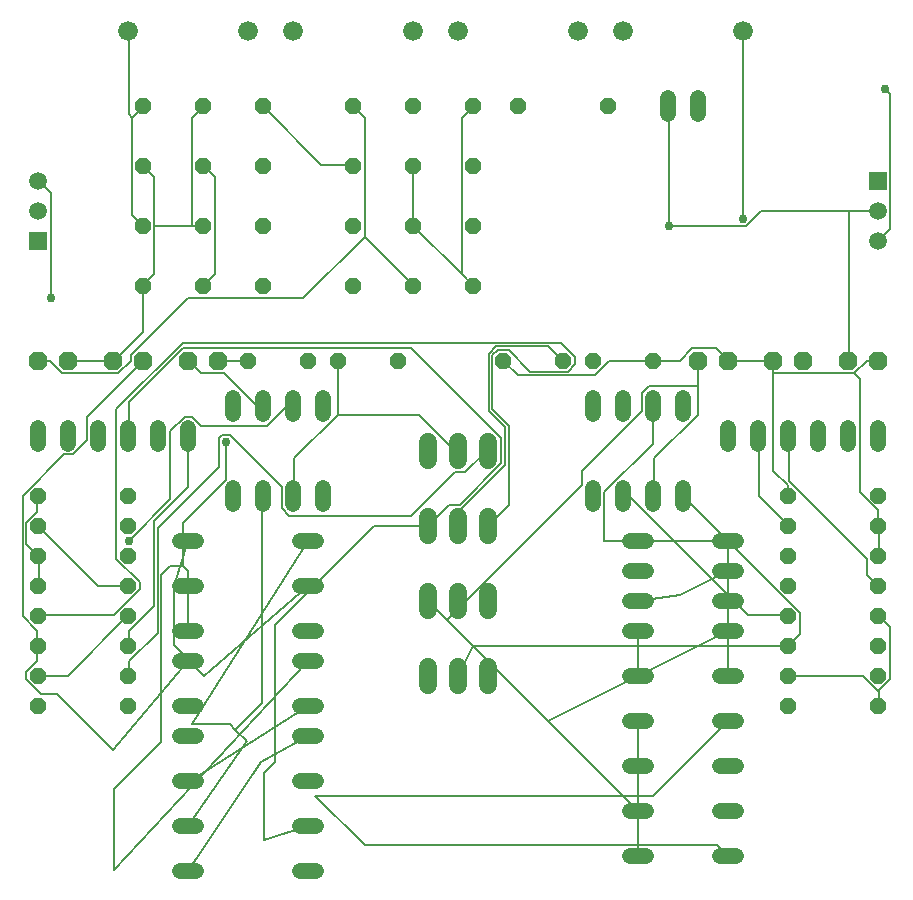
<source format=gbr>
G04 EAGLE Gerber RS-274X export*
G75*
%MOMM*%
%FSLAX34Y34*%
%LPD*%
%INTop Copper*%
%IPPOS*%
%AMOC8*
5,1,8,0,0,1.08239X$1,22.5*%
G01*
%ADD10P,1.429621X8X22.500000*%
%ADD11C,1.676400*%
%ADD12C,1.320800*%
%ADD13R,1.508000X1.508000*%
%ADD14C,1.508000*%
%ADD15P,1.732040X8X22.500000*%
%ADD16C,1.524000*%
%ADD17C,0.152400*%
%ADD18C,0.756400*%


D10*
X114300Y673100D03*
X165100Y673100D03*
X114300Y622300D03*
X165100Y622300D03*
X114300Y571500D03*
X165100Y571500D03*
X114300Y520700D03*
X165100Y520700D03*
X342900Y673100D03*
X393700Y673100D03*
X342900Y622300D03*
X393700Y622300D03*
X342900Y571500D03*
X393700Y571500D03*
X342900Y520700D03*
X393700Y520700D03*
D11*
X203200Y736600D03*
X101600Y736600D03*
X342900Y736600D03*
X241300Y736600D03*
X482600Y736600D03*
X381000Y736600D03*
X622300Y736600D03*
X520700Y736600D03*
D12*
X558800Y679704D02*
X558800Y666496D01*
X584200Y666496D02*
X584200Y679704D01*
D10*
X215900Y673100D03*
X292100Y673100D03*
X215900Y622300D03*
X292100Y622300D03*
X215900Y571500D03*
X292100Y571500D03*
X215900Y520700D03*
X292100Y520700D03*
X431800Y673100D03*
X508000Y673100D03*
D13*
X736600Y609600D03*
D14*
X736600Y584200D03*
X736600Y558800D03*
D13*
X25400Y558800D03*
D14*
X25400Y584200D03*
X25400Y609600D03*
D15*
X25400Y457200D03*
X50800Y457200D03*
X88900Y457200D03*
X114300Y457200D03*
X152400Y457200D03*
X177800Y457200D03*
D10*
X203200Y457200D03*
X254000Y457200D03*
X279400Y457200D03*
X330200Y457200D03*
X25400Y342900D03*
X101600Y342900D03*
X25400Y317500D03*
X101600Y317500D03*
X25400Y292100D03*
X101600Y292100D03*
X25400Y266700D03*
X101600Y266700D03*
X25400Y241300D03*
X101600Y241300D03*
X25400Y215900D03*
X101600Y215900D03*
X25400Y190500D03*
X101600Y190500D03*
X25400Y165100D03*
X101600Y165100D03*
D12*
X25400Y387096D02*
X25400Y400304D01*
X76200Y400304D02*
X76200Y387096D01*
X50800Y387096D02*
X50800Y400304D01*
X101600Y400304D02*
X101600Y387096D01*
X152400Y387096D02*
X152400Y400304D01*
X127000Y400304D02*
X127000Y387096D01*
X266700Y412496D02*
X266700Y425704D01*
X241300Y425704D02*
X241300Y412496D01*
X241300Y349504D02*
X241300Y336296D01*
X266700Y336296D02*
X266700Y349504D01*
X215900Y412496D02*
X215900Y425704D01*
X190500Y425704D02*
X190500Y412496D01*
X215900Y349504D02*
X215900Y336296D01*
X190500Y336296D02*
X190500Y349504D01*
X247396Y228600D02*
X260604Y228600D01*
X159004Y228600D02*
X145796Y228600D01*
X247396Y203200D02*
X260604Y203200D01*
X159004Y203200D02*
X145796Y203200D01*
X247396Y165100D02*
X260604Y165100D01*
X159004Y165100D02*
X145796Y165100D01*
X247396Y101600D02*
X260604Y101600D01*
X159004Y101600D02*
X145796Y101600D01*
X247396Y139700D02*
X260604Y139700D01*
X159004Y139700D02*
X145796Y139700D01*
X247396Y25400D02*
X260604Y25400D01*
X159004Y25400D02*
X145796Y25400D01*
X247396Y266700D02*
X260604Y266700D01*
X159004Y266700D02*
X145796Y266700D01*
X247396Y304800D02*
X260604Y304800D01*
X159004Y304800D02*
X145796Y304800D01*
X247396Y63500D02*
X260604Y63500D01*
X159004Y63500D02*
X145796Y63500D01*
X602996Y152400D02*
X616204Y152400D01*
X540004Y152400D02*
X526796Y152400D01*
X526796Y76200D02*
X540004Y76200D01*
X602996Y76200D02*
X616204Y76200D01*
X540004Y38100D02*
X526796Y38100D01*
X602996Y38100D02*
X616204Y38100D01*
X616204Y114300D02*
X602996Y114300D01*
X540004Y114300D02*
X526796Y114300D01*
X526796Y254000D02*
X540004Y254000D01*
X602996Y254000D02*
X616204Y254000D01*
X540004Y279400D02*
X526796Y279400D01*
X602996Y279400D02*
X616204Y279400D01*
X540004Y228600D02*
X526796Y228600D01*
X602996Y228600D02*
X616204Y228600D01*
X616204Y190500D02*
X602996Y190500D01*
X540004Y190500D02*
X526796Y190500D01*
X526796Y304800D02*
X540004Y304800D01*
X602996Y304800D02*
X616204Y304800D01*
D15*
X711200Y457200D03*
X736600Y457200D03*
X584200Y457200D03*
X609600Y457200D03*
X647700Y457200D03*
X673100Y457200D03*
D10*
X495300Y457200D03*
X546100Y457200D03*
X419100Y457200D03*
X469900Y457200D03*
X660400Y342900D03*
X736600Y342900D03*
X660400Y317500D03*
X736600Y317500D03*
X660400Y292100D03*
X736600Y292100D03*
X660400Y266700D03*
X736600Y266700D03*
X660400Y241300D03*
X736600Y241300D03*
X660400Y215900D03*
X736600Y215900D03*
X660400Y190500D03*
X736600Y190500D03*
X660400Y165100D03*
X736600Y165100D03*
D16*
X355600Y246380D02*
X355600Y261620D01*
X381000Y261620D02*
X381000Y246380D01*
X406400Y246380D02*
X406400Y261620D01*
X355600Y198120D02*
X355600Y182880D01*
X381000Y182880D02*
X381000Y198120D01*
X406400Y198120D02*
X406400Y182880D01*
D12*
X609600Y387096D02*
X609600Y400304D01*
X660400Y400304D02*
X660400Y387096D01*
X635000Y387096D02*
X635000Y400304D01*
X685800Y400304D02*
X685800Y387096D01*
X736600Y387096D02*
X736600Y400304D01*
X711200Y400304D02*
X711200Y387096D01*
X495300Y349504D02*
X495300Y336296D01*
X520700Y336296D02*
X520700Y349504D01*
X520700Y412496D02*
X520700Y425704D01*
X495300Y425704D02*
X495300Y412496D01*
X546100Y349504D02*
X546100Y336296D01*
X571500Y336296D02*
X571500Y349504D01*
X546100Y412496D02*
X546100Y425704D01*
X571500Y425704D02*
X571500Y412496D01*
D16*
X355600Y388620D02*
X355600Y373380D01*
X381000Y373380D02*
X381000Y388620D01*
X406400Y388620D02*
X406400Y373380D01*
X355600Y325120D02*
X355600Y309880D01*
X381000Y309880D02*
X381000Y325120D01*
X406400Y325120D02*
X406400Y309880D01*
D17*
X175260Y530352D02*
X166116Y521208D01*
X175260Y530352D02*
X175260Y612648D01*
X166116Y621792D01*
X166116Y521208D02*
X165100Y520700D01*
X166116Y621792D02*
X165100Y622300D01*
X114300Y571500D02*
X105156Y580644D01*
X105156Y662940D01*
X114300Y672084D01*
X114300Y673100D01*
X105156Y662940D02*
X102108Y665988D01*
X102108Y736092D01*
X101600Y736600D01*
X737616Y559308D02*
X746760Y568452D01*
X746760Y682752D01*
X742188Y687324D01*
X737616Y559308D02*
X736600Y558800D01*
D18*
X742188Y687324D03*
D17*
X265176Y623316D02*
X216408Y672084D01*
X265176Y623316D02*
X291084Y623316D01*
X216408Y672084D02*
X215900Y673100D01*
X291084Y623316D02*
X292100Y622300D01*
X123444Y530352D02*
X114300Y521208D01*
X123444Y571500D02*
X123444Y612648D01*
X123444Y571500D02*
X123444Y530352D01*
X123444Y612648D02*
X114300Y621792D01*
X114300Y521208D02*
X114300Y520700D01*
X114300Y621792D02*
X114300Y622300D01*
X123444Y571500D02*
X155448Y571500D01*
X165100Y571500D01*
X155448Y662940D02*
X164592Y672084D01*
X155448Y662940D02*
X155448Y571500D01*
X164592Y672084D02*
X165100Y673100D01*
X342900Y571500D02*
X384048Y530352D01*
X393700Y520700D01*
X342900Y571500D02*
X342900Y622300D01*
X384048Y662940D02*
X393192Y672084D01*
X384048Y662940D02*
X384048Y530352D01*
X393192Y672084D02*
X393700Y673100D01*
X546100Y457200D02*
X568452Y457200D01*
X579120Y467868D01*
X598932Y467868D01*
X609600Y457200D01*
X737616Y316992D02*
X737616Y292608D01*
X736600Y292100D01*
X737616Y316992D02*
X736600Y317500D01*
X659892Y342900D02*
X659892Y352044D01*
X647700Y364236D01*
X647700Y446532D02*
X647700Y457200D01*
X647700Y446532D02*
X647700Y364236D01*
X659892Y342900D02*
X660400Y342900D01*
X726948Y457200D02*
X736600Y457200D01*
X726948Y457200D02*
X716280Y446532D01*
X647700Y446532D01*
X736092Y330708D02*
X736092Y318516D01*
X736092Y330708D02*
X720852Y345948D01*
X720852Y441960D01*
X716280Y446532D01*
X736092Y318516D02*
X736600Y317500D01*
X647700Y457200D02*
X609600Y457200D01*
X25908Y291084D02*
X25908Y266700D01*
X25400Y266700D01*
X25908Y291084D02*
X25400Y292100D01*
X24384Y329184D02*
X24384Y342900D01*
X24384Y329184D02*
X15240Y320040D01*
X15240Y301752D01*
X24384Y292608D01*
X24384Y342900D02*
X25400Y342900D01*
X24384Y292608D02*
X25400Y292100D01*
X177800Y457200D02*
X203200Y457200D01*
X88900Y457200D02*
X50800Y457200D01*
X114300Y481584D02*
X114300Y520700D01*
X114300Y481584D02*
X89916Y457200D01*
X88900Y457200D01*
X509016Y457200D02*
X546100Y457200D01*
X509016Y457200D02*
X496824Y445008D01*
X431292Y445008D01*
X419100Y457200D01*
X342900Y521208D02*
X301752Y562356D01*
X301752Y662940D01*
X292608Y672084D01*
X342900Y521208D02*
X342900Y520700D01*
X292608Y672084D02*
X292100Y673100D01*
X559308Y672084D02*
X559308Y571500D01*
X559308Y672084D02*
X558800Y673100D01*
D18*
X559308Y571500D03*
D17*
X637032Y583692D02*
X711708Y583692D01*
X736092Y583692D01*
X637032Y583692D02*
X624840Y571500D01*
X559308Y571500D01*
X736092Y583692D02*
X736600Y584200D01*
X260096Y88900D02*
X301752Y47244D01*
X546100Y88900D02*
X609600Y152400D01*
X546100Y88900D02*
X260096Y88900D01*
X600456Y47244D02*
X609600Y38100D01*
X600456Y47244D02*
X301752Y47244D01*
X242316Y342900D02*
X242316Y374904D01*
X278892Y411480D01*
X278892Y457200D01*
X242316Y342900D02*
X241300Y342900D01*
X278892Y457200D02*
X279400Y457200D01*
X377952Y381000D02*
X381000Y381000D01*
X377952Y381000D02*
X347472Y411480D01*
X278892Y411480D01*
X35052Y457200D02*
X25400Y457200D01*
X35052Y457200D02*
X45720Y446532D01*
X92964Y446532D01*
X103632Y457200D01*
X103632Y461772D01*
X152400Y510540D01*
X249936Y510540D01*
X301752Y562356D01*
X711708Y583692D02*
X711708Y457200D01*
X711200Y457200D01*
X621792Y577596D02*
X621792Y736092D01*
X622300Y736600D01*
D18*
X621792Y577596D03*
D17*
X36576Y598932D02*
X25908Y609600D01*
X36576Y598932D02*
X36576Y510540D01*
X25908Y609600D02*
X25400Y609600D01*
D18*
X36576Y510540D03*
D17*
X393700Y215900D02*
X660400Y215900D01*
X393700Y215900D02*
X381000Y190500D01*
X571500Y342900D02*
X670560Y243840D01*
X670560Y225552D01*
X661416Y216408D01*
X660400Y215900D01*
X24384Y214884D02*
X24384Y202692D01*
X15240Y193548D01*
X15240Y187452D01*
X27432Y175260D01*
X41148Y175260D01*
X88392Y128016D01*
X24384Y214884D02*
X25400Y215900D01*
X88392Y128016D02*
X152400Y203200D01*
X24384Y216408D02*
X24384Y228600D01*
X12192Y240792D01*
X12192Y342900D01*
X47244Y377952D01*
X54864Y377952D01*
X67056Y390144D01*
X67056Y409956D01*
X114300Y457200D01*
X24384Y216408D02*
X25400Y215900D01*
X381000Y317500D02*
X381000Y329184D01*
X420624Y368808D01*
X420624Y400812D01*
X406908Y414528D01*
X406908Y463296D01*
X413004Y469392D01*
X457200Y469392D01*
X469392Y457200D01*
X469900Y457200D01*
X215900Y419100D02*
X210312Y419100D01*
X182880Y446532D01*
X163068Y446532D01*
X152400Y457200D01*
X89916Y94996D02*
X89916Y25908D01*
X89916Y94996D02*
X129540Y134620D01*
X129540Y275844D01*
X137160Y283464D01*
X147828Y283464D01*
X151892Y279400D01*
X254000Y203200D02*
X89916Y25908D01*
X152400Y228600D02*
X151892Y279400D01*
X184404Y356616D02*
X184404Y388620D01*
X184404Y356616D02*
X147828Y320040D01*
X147828Y283464D01*
D18*
X184404Y388620D03*
D17*
X102108Y228600D02*
X102108Y216408D01*
X102108Y228600D02*
X123444Y249936D01*
X123444Y321564D01*
X152400Y350520D01*
X152400Y393700D01*
X102108Y216408D02*
X101600Y215900D01*
X187452Y149352D02*
X192024Y144780D01*
X201971Y134833D01*
X187452Y149352D02*
X155448Y149352D01*
X254000Y304800D01*
X201971Y134833D02*
X152400Y63500D01*
X214884Y167640D02*
X214884Y342900D01*
X214884Y167640D02*
X192024Y144780D01*
X214884Y342900D02*
X215900Y342900D01*
X102108Y394716D02*
X102108Y422148D01*
X147828Y467868D01*
X341376Y467868D01*
X417576Y391668D01*
X417576Y370332D01*
X382524Y335280D01*
X373380Y335280D01*
X355600Y317500D01*
X102108Y394716D02*
X101600Y393700D01*
X216408Y108204D02*
X216408Y51308D01*
X216408Y108204D02*
X225552Y117348D01*
X225552Y233172D01*
X309372Y316992D01*
X355092Y316992D01*
X254000Y63500D02*
X216408Y51308D01*
X355092Y316992D02*
X355600Y317500D01*
X101600Y266700D02*
X76200Y266700D01*
X25400Y317500D01*
X236220Y419100D02*
X241300Y419100D01*
X236220Y419100D02*
X219456Y402336D01*
X163068Y402336D01*
X155448Y409956D01*
X149352Y409956D01*
X137160Y397764D01*
X137160Y339852D01*
X102108Y304800D01*
D18*
X102108Y304800D03*
D17*
X102108Y202692D02*
X102108Y190500D01*
X102108Y202692D02*
X126492Y227076D01*
X126492Y315468D01*
X178308Y367284D01*
X178308Y391668D01*
X181356Y394716D01*
X187452Y394716D01*
X231648Y350520D01*
X231648Y332232D01*
X237744Y326136D01*
X341376Y326136D01*
X377952Y362712D01*
X387096Y362712D01*
X405384Y381000D01*
X102108Y190500D02*
X101600Y190500D01*
X405384Y381000D02*
X406400Y381000D01*
X50292Y190500D02*
X25400Y190500D01*
X50292Y190500D02*
X100584Y240792D01*
X101600Y241300D01*
X89916Y242316D02*
X25908Y242316D01*
X89916Y242316D02*
X111252Y263652D01*
X111252Y269748D01*
X91440Y289560D01*
X91440Y416052D01*
X147828Y472440D01*
X467868Y472440D01*
X480060Y460248D01*
X480060Y454152D01*
X473964Y448056D01*
X441960Y448056D01*
X423672Y466344D01*
X414528Y466344D01*
X409956Y461772D01*
X409956Y416052D01*
X423672Y402336D01*
X423672Y335280D01*
X406908Y318516D01*
X25908Y242316D02*
X25400Y241300D01*
X406400Y317500D02*
X406908Y318516D01*
X254000Y165100D02*
X149225Y98425D01*
X152400Y101600D01*
X214104Y117587D02*
X254000Y139700D01*
X214104Y117587D02*
X152400Y25400D01*
X140208Y216408D02*
X140208Y266700D01*
X140208Y216408D02*
X166116Y190500D01*
X140208Y266700D02*
X152400Y304800D01*
X254000Y266700D02*
X166116Y190500D01*
X635508Y342900D02*
X635508Y393192D01*
X635508Y342900D02*
X659892Y318516D01*
X635508Y393192D02*
X635000Y393700D01*
X659892Y318516D02*
X660400Y317500D01*
X533400Y114300D02*
X533400Y38100D01*
X661416Y355092D02*
X661416Y393192D01*
X661416Y355092D02*
X726948Y289560D01*
X726948Y275844D01*
X736092Y266700D01*
X661416Y393192D02*
X660400Y393700D01*
X736092Y266700D02*
X736600Y266700D01*
X609600Y228600D02*
X457200Y152400D01*
X355600Y254000D01*
X371856Y237744D02*
X533400Y76200D01*
X533400Y152400D01*
X547116Y342900D02*
X547116Y374904D01*
X583692Y411480D01*
X583692Y435864D02*
X583692Y457200D01*
X583692Y435864D02*
X583692Y411480D01*
X547116Y342900D02*
X546100Y342900D01*
X583692Y457200D02*
X584200Y457200D01*
X486156Y352044D02*
X371856Y237744D01*
X486156Y352044D02*
X486156Y364236D01*
X536448Y414528D01*
X536448Y429768D01*
X542544Y435864D01*
X583692Y435864D01*
X525780Y342900D02*
X520700Y342900D01*
X525780Y342900D02*
X626364Y242316D01*
X659892Y242316D01*
X660400Y241300D01*
X568960Y259080D02*
X533400Y254000D01*
X568960Y259080D02*
X609600Y279400D01*
X609600Y304800D02*
X609600Y190500D01*
X545592Y387096D02*
X545592Y419100D01*
X545592Y387096D02*
X504444Y345948D01*
X504444Y304800D02*
X609600Y304800D01*
X504444Y304800D02*
X504444Y345948D01*
X545592Y419100D02*
X546100Y419100D01*
X533400Y228600D02*
X533400Y190500D01*
X737616Y178308D02*
X737616Y176784D01*
X737616Y166116D01*
X737616Y178308D02*
X746760Y187452D01*
X746760Y231648D01*
X737616Y240792D01*
X737616Y166116D02*
X736600Y165100D01*
X737616Y240792D02*
X736600Y241300D01*
X723900Y190500D02*
X660400Y190500D01*
X723900Y190500D02*
X737616Y176784D01*
M02*

</source>
